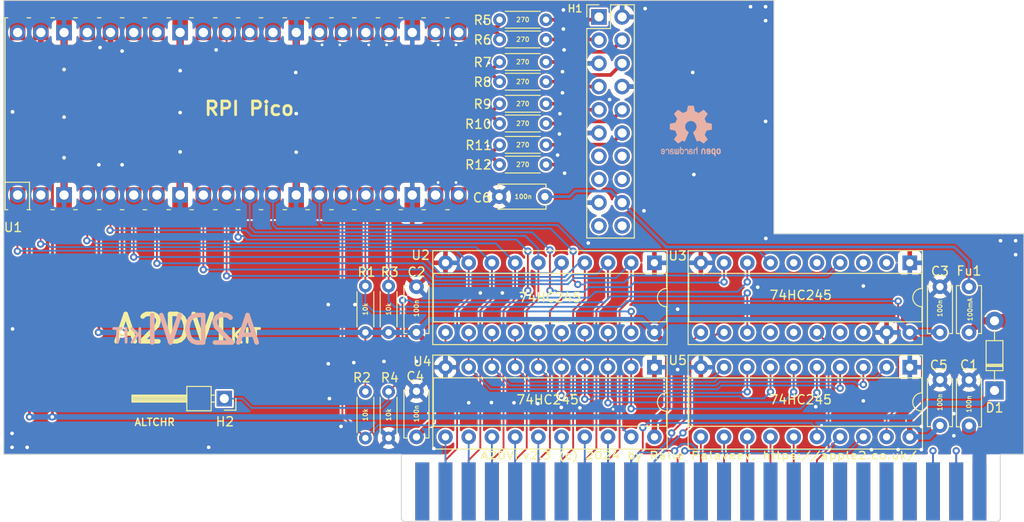
<source format=kicad_pcb>
(kicad_pcb (version 20240108) (generator "pcbnew") (generator_version "8.0")
  (title_block (title "A2DVI.v2.3"))
  (layers (0 "F.Cu" signal) (31 "B.Cu" signal) (34 "B.Paste" user) (35 "F.Paste" user) (36 "B.SilkS" user "B.Silkscreen") (37 "F.SilkS" user "F.Silkscreen") (38 "B.Mask" user) (39 "F.Mask" user) (44 "Edge.Cuts" user))
  (net 0 "")
  (net 1 "GND")
  (net 2 "3.3V")
  (net 3 "VSYS")
  (net 4 "5V")
  (net 5 "PHI0")
  (net 6 "RW")
  (net 7 "DevSel")
  (net 8 "D0")
  (net 9 "D1")
  (net 10 "D2")
  (net 11 "D3")
  (net 12 "D4")
  (net 13 "D5")
  (net 14 "D6")
  (net 15 "D7")
  (net 16 "A8")
  (net 17 "A9")
  (net 18 "A15")
  (net 19 "A14")
  (net 20 "A10")
  (net 21 "A11")
  (net 22 "A12")
  (net 23 "A13")
  (net 24 "A0")
  (net 25 "A1")
  (net 26 "A2")
  (net 27 "A3")
  (net 28 "A4")
  (net 29 "A5")
  (net 30 "A6")
  (net 31 "A7")
  (net 32 "DATAOE")
  (net 33 "LSBOE")
  (net 34 "MSBOE")
  (net 35 "L-PHI0")
  (net 36 "L-RW")
  (net 37 "D2_N")
  (net 38 "D2_P")
  (net 39 "D1_P")
  (net 40 "D1_N")
  (net 41 "D0_P")
  (net 42 "D0_N")
  (net 43 "CK_P")
  (net 44 "CK_N")
  (net 45 "SYNC")
  (net 46 "L-DevSel")
  (net 47 "AD0")
  (net 48 "AD1")
  (net 49 "AD2")
  (net 50 "AD3")
  (net 51 "AD4")
  (net 52 "AD5")
  (net 53 "AD6")
  (net 54 "AD7")
  (net 55 "IOSel")
  (net 56 "AltChr")
  (net 57 "5Vout")
  (net 58 "L-AltChr")
  (footprint "Package_DIP:DIP-20_W7.62mm_Socket" (layer "F.Cu") (at 140.081 125.97005 -90)
    (property "Reference" "U2")
    (property "Value" "74HC245")
  )
  (footprint "" (layer "F.Cu") (at 119.761 150.98905)
    (property "Reference" "")
    (property "Value" "")
  )
  (footprint "" (layer "F.Cu") (at 132.461 150.98905)
    (property "Reference" "")
    (property "Value" "")
  )
  (footprint "" (layer "F.Cu") (at 135.001 150.98905)
    (property "Reference" "")
    (property "Value" "")
  )
  (footprint "" (layer "F.Cu") (at 145.161 150.98905)
    (property "Reference" "")
    (property "Value" "")
  )
  (footprint "" (layer "F.Cu") (at 140.081 150.98905)
    (property "Reference" "")
    (property "Value" "")
  )
  (footprint "" (layer "F.Cu") (at 129.921 150.98905)
    (property "Reference" "")
    (property "Value" "")
  )
  (footprint "Resistor_THT:R_Axial_DIN0204_L3.6mm_D1.6mm_P5.08mm_Horizontal" (layer "F.Cu") (at 110.998 145.14705 90)
    (property "Reference" "R4")
    (property "Value" "10k")
  )
  (footprint "RaspberryPI PicoW:RPi_PicoW_SMD_TH" (layer "F.Cu") (at 94.53955 109.66325 90)
    (property "Reference" "U1")
    (property "Value" "Pico" (hide yes))
  )
  (footprint "Resistor_THT:R_Axial_DIN0204_L3.6mm_D1.6mm_P5.08mm_Horizontal" (layer "F.Cu") (at 128.2192 101.53525 180)
    (property "Reference" "R6")
    (property "Value" "270")
  )
  (footprint "Capacitor_THT:C_Disc_D5.0mm_W2.5mm_P5.00mm" (layer "F.Cu") (at 171.323 143.77545 90)
    (property "Reference" "C5")
    (property "Value" "100n")
  )
  (footprint "" (layer "F.Cu") (at 168.021 150.98905)
    (property "Reference" "")
    (property "Value" "")
  )
  (footprint "Capacitor_THT:C_Disc_D5.0mm_W2.5mm_P5.00mm" (layer "F.Cu") (at 174.498 138.79705 -90)
    (property "Reference" "C1")
    (property "Value" "100n")
  )
  (footprint "Capacitor_THT:C_Disc_D5.0mm_W2.5mm_P5.00mm" (layer "F.Cu") (at 171.323 133.59005 90)
    (property "Reference" "C3")
    (property "Value" "100n")
  )
  (footprint "Resistor_THT:R_Axial_DIN0204_L3.6mm_D1.6mm_P5.08mm_Horizontal" (layer "F.Cu") (at 128.2192 108.57105 180)
    (property "Reference" "R9")
    (property "Value" "270")
  )
  (footprint "" (layer "F.Cu") (at 155.321 150.98905)
    (property "Reference" "")
    (property "Value" "")
  )
  (footprint "Package_DIP:DIP-20_W7.62mm_Socket" (layer "F.Cu") (at 168.021 137.40005 -90)
    (property "Reference" "U5")
    (property "Value" "74HC245")
  )
  (footprint "" (layer "F.Cu") (at 114.681 150.98905)
    (property "Reference" "")
    (property "Value" "")
  )
  (footprint "Resistor_THT:R_Axial_DIN0204_L3.6mm_D1.6mm_P5.08mm_Horizontal" (layer "F.Cu") (at 128.2192 99.37625 180)
    (property "Reference" "R5")
    (property "Value" "270")
  )
  (footprint "" (layer "F.Cu") (at 175.641 150.98905)
    (property "Reference" "")
    (property "Value" "")
  )
  (footprint "" (layer "F.Cu") (at 132.461 150.98905)
    (property "Reference" "")
    (property "Value" "")
  )
  (footprint "" (layer "F.Cu") (at 152.781 150.98905)
    (property "Reference" "")
    (property "Value" "")
  )
  (footprint "" (layer "F.Cu") (at 137.541 150.98905)
    (property "Reference" "")
    (property "Value" "")
  )
  (footprint "" (layer "F.Cu") (at 168.021 150.98905)
    (property "Reference" "")
    (property "Value" "")
  )
  (footprint "" (layer "F.Cu") (at 165.481 150.98905)
    (property "Reference" "")
    (property "Value" "")
  )
  (footprint "" (layer "F.Cu") (at 157.861 150.98905)
    (property "Reference" "")
    (property "Value" "")
  )
  (footprint "" (layer "F.Cu") (at 119.761 150.98905)
    (property "Reference" "")
    (property "Value" "")
  )
  (footprint "" (layer "F.Cu") (at 147.701 150.98905)
    (property "Reference" "")
    (property "Value" "")
  )
  (footprint "" (layer "F.Cu") (at 173.101 150.98905)
    (property "Reference" "")
    (property "Value" "")
  )
  (footprint "Capacitor_THT:C_Disc_D5.0mm_W2.5mm_P5.00mm" (layer "F.Cu") (at 123.103 118.73105)
    (property "Reference" "C6")
    (property "Value" "100n")
  )
  (footprint "" (layer "F.Cu") (at 147.701 150.98905)
    (property "Reference" "")
    (property "Value" "")
  )
  (footprint "" (layer "F.Cu") (at 129.921 150.98905)
    (property "Reference" "")
    (property "Value" "")
  )
  (footprint "Connector_PinHeader_2.54mm:PinHeader_2x10_P2.54mm_Vertical" (layer "F.Cu") (at 134.0104 99.07145)
    (property "Reference" "H1")
    (property "Value" "PinHeader_2x10_P2.54mm_Vertical" (hide yes))
  )
  (footprint "" (layer "F.Cu") (at 142.621 150.98905)
    (property "Reference" "")
    (property "Value" "")
  )
  (footprint "" (layer "F.Cu") (at 122.301 150.98905)
    (property "Reference" "")
    (property "Value" "")
  )
  (footprint "" (layer "F.Cu") (at 117.221 150.98905)
    (property "Reference" "")
    (property "Value" "")
  )
  (footprint "" (layer "F.Cu") (at 165.481 150.98905)
    (property "Reference" "")
    (property "Value" "")
  )
  (footprint "" (layer "F.Cu") (at 162.941 150.98905)
    (property "Reference" "")
    (property "Value" "")
  )
  (footprint "" (layer "F.Cu") (at 124.841 150.98905)
    (property "Reference" "")
    (property "Value" "")
  )
  (footprint "Resistor_THT:R_Axial_DIN0204_L3.6mm_D1.6mm_P5.08mm_Horizontal" (layer "F.Cu") (at 108.458 128.51005 -90)
    (property "Reference" "R1")
    (property "Value" "10k")
  )
  (footprint "" (layer "F.Cu") (at 173.101 150.98905)
    (property "Reference" "")
    (property "Value" "")
  )
  (footprint "Diode_THT:D_DO-34_SOD68_P7.62mm_Horizontal" (layer "F.Cu") (at 177.292 139.94005 90)
    (property "Reference" "D1")
    (property "Value" "D_DO-34_SOD68_P7.62mm_Horizontal" (hide yes))
  )
  (footprint "Capacitor_THT:C_Disc_D5.0mm_W2.5mm_P5.00mm" (layer "F.Cu") (at 114.046 133.59005 90)
    (property "Reference" "C2")
    (property "Value" "100n")
  )
  (footprint "Package_DIP:DIP-20_W7.62mm_Socket" (layer "F.Cu") (at 140.081 137.40005 -90)
    (property "Reference" "U4")
    (property "Value" "74HC245")
  )
  (footprint "" (layer "F.Cu") (at 122.301 150.98905)
    (property "Reference" "")
    (property "Value" "")
  )
  (footprint "" (layer "F.Cu") (at 127.381 150.98905)
    (property "Reference" "")
    (property "Value" "")
  )
  (footprint "" (layer "F.Cu") (at 160.401 150.98905)
    (property "Reference" "")
    (property "Value" "")
  )
  (footprint "Resistor_THT:R_Axial_DIN0204_L3.6mm_D1.6mm_P5.08mm_Horizontal" (layer "F.Cu") (at 128.2192 110.73005 180)
    (property "Reference" "R10")
    (property "Value" "270")
  )
  (footprint "" (layer "F.Cu") (at 150.241 150.98905)
    (property "Reference" "")
    (property "Value" "")
  )
  (footprint "Resistor_THT:R_Axial_DIN0204_L3.6mm_D1.6mm_P5.08mm_Horizontal" (layer "F.Cu") (at 108.458 145.14705 90)
    (property "Reference" "R2")
    (property "Value" "10k")
  )
  (footprint "" (layer "F.Cu") (at 137.541 150.98905)
    (property "Reference" "")
    (property "Value" "")
  )
  (footprint "" (layer "F.Cu") (at 127.381 150.98905)
    (property "Reference" "")
    (property "Value" "")
  )
  (footprint "" (layer "F.Cu") (at 142.621 150.98905)
    (property "Reference" "")
    (property "Value" "")
  )
  (footprint "Resistor_THT:R_Axial_DIN0204_L3.6mm_D1.6mm_P5.08mm_Horizontal" (layer "F.Cu") (at 128.2192 115.22585 180)
    (property "Reference" "R12")
    (property "Value" "270")
  )
  (footprint "" (layer "F.Cu") (at 140.081 150.98905)
    (property "Reference" "")
    (property "Value" "")
  )
  (footprint "" (layer "F.Cu") (at 150.241 150.98905)
    (property "Reference" "")
    (property "Value" "")
  )
  (footprint "Capacitor_THT:C_Disc_D5.0mm_W2.5mm_P5.00mm" (layer "F.Cu") (at 114.046 145.02005 90)
    (property "Reference" "C4")
    (property "Value" "100n")
  )
  (footprint "Resistor_THT:R_Axial_DIN0204_L3.6mm_D1.6mm_P5.08mm_Horizontal" (layer "F.Cu") (at 110.998 128.51005 -90)
    (property "Reference" "R3")
    (property "Value" "10k")
  )
  (footprint "Resistor_THT:R_Axial_DIN0204_L3.6mm_D1.6mm_P5.08mm_Horizontal" (layer "F.Cu") (at 128.2192 103.99905 180)
    (property "Reference" "R7")
    (property "Value" "270")
  )
  (footprint "" (layer "F.Cu") (at 145.161 150.98905)
    (property "Reference" "")
    (property "Value" "")
  )
  (footprint "" (layer "F.Cu") (at 114.681 150.98905)
    (property "Reference" "")
    (property "Value" "")
  )
  (footprint "Package_DIP:DIP-20_W7.62mm_Socket" (layer "F.Cu") (at 168.021 125.97005 -90)
    (property "Reference" "U3")
    (property "Value" "74HC245")
  )
  (footprint "" (layer "F.Cu") (at 170.561 150.98905)
    (property "Reference" "")
    (property "Value" "")
  )
  (footprint "" (layer "F.Cu") (at 160.401 150.98905)
    (property "Reference" "")
    (property "Value" "")
  )
  (footprint "" (layer "F.Cu") (at 124.841 150.98905)
    (property "Reference" "")
    (property "Value" "")
  )
  (footprint "" (layer "F.Cu") (at 152.781 150.98905)
    (property "Reference" "")
    (property "Value" "")
  )
  (footprint "Resistor_THT:R_Axial_DIN0204_L3.6mm_D1.6mm_P5.08mm_Horizontal" (layer "F.Cu") (at 128.2192 106.15805 180)
    (property "Reference" "R8")
    (property "Value" "270")
  )
  (footprint "" (layer "F.Cu") (at 175.641 150.98905)
    (property "Reference" "")
    (property "Value" "")
  )
  (footprint "" (layer "F.Cu") (at 155.321 150.98905)
    (property "Reference" "")
    (property "Value" "")
  )
  (footprint "Resistor_THT:R_Axial_DIN0204_L3.6mm_D1.6mm_P5.08mm_Horizontal" (layer "F.Cu") (at 128.2192 113.06685 180)
    (property "Reference" "R11")
    (property "Value" "270")
  )
  (footprint "" (layer "F.Cu") (at 162.941 150.98905)
    (property "Reference" "")
    (property "Value" "")
  )
  (footprint "" (layer "F.Cu") (at 157.861 150.98905)
    (property "Reference" "")
    (property "Value" "")
  )
  (footprint "" (layer "F.Cu") (at 135.001 150.98905)
    (property "Reference" "")
    (property "Value" "")
  )
  (footprint "" (layer "F.Cu") (at 170.561 150.98905)
    (property "Reference" "")
    (property "Value" "")
  )
  (footprint "Capacitor_THT:C_Disc_D5.0mm_W2.5mm_P5.00mm" (layer "F.Cu") (at 174.498 133.59005 90)
    (property "Reference" "Fu1")
    (property "Value" "100mA")
  )
  (footprint "" (layer "F.Cu") (at 117.221 150.98905)
    (property "Reference" "")
    (property "Value" "")
  )
  (footprint "Connector_PinHeader_2.54mm:PinHeader_1x01_P2.54mm_Horizontal" (layer "F.Cu") (at 93.021 140.82905 180)
    (property "Reference" "H2")
    (property "Value" "PinHeader_1x01_P2.54mm_Horizontal" (hide yes))
  )
  (footprint "Symbol:OSHW-Logo2_7.3x6mm_SilkScreen" (layer "B.Cu") (at 144.0688 111.54285 180)
    (property "Reference" "REF**" (hide yes))
    (property "Value" "OSHW-Logo2_7.3x6mm_SilkScreen" (hide yes))
  )
  (gr_line (start 112.395 154.03705) (end 112.395 146.925) (stroke (width 0.1)) (layer "Edge.Cuts"))
  (gr_line (start 177.927 154.03705) (end 177.927 146.925) (stroke (width 0.1)) (layer "Edge.Cuts"))
  (gr_line (start 177.927 154.03705) (end 177.673 154.29105) (stroke (width 0.1)) (layer "Edge.Cuts"))
  (gr_line (start 180.4924 122.7951) (end 180.4924 146.92505) (stroke (width 0.1)) (layer "Edge.Cuts"))
  (gr_line (start 68.8848 97.26805) (end 68.8848 146.925) (stroke (width 0.1)) (layer "Edge.Cuts"))
  (gr_line (start 112.649 154.280243) (end 112.395 154.03705) (stroke (width 0.1)) (layer "Edge.Cuts"))
  (gr_line (start 112.395 146.925) (end 68.8848 146.925) (stroke (width 0.1)) (layer "Edge.Cuts"))
  (gr_line (start 112.649 154.280243) (end 177.673 154.29105) (stroke (width 0.1)) (layer "Edge.Cuts"))
  (gr_line (start 180.4924 146.92505) (end 177.927 146.925) (stroke (width 0.1)) (layer "Edge.Cuts"))
  (gr_line (start 180.4924 122.7951) (end 153.162 122.79505) (stroke (width 0.1)) (layer "Edge.Cuts"))
  (gr_line (start 153.162 97.26805) (end 68.8848 97.26805) (stroke (width 0.1)) (layer "Edge.Cuts"))
  (gr_line (start 153.162 97.26805) (end 153.162 122.79505) (stroke (width 0.1)) (layer "Edge.Cuts"))
  (gr_text "A2DVI" (at 97.1804 135.085788 0) (layer "B.SilkS") (effects (font (size 3 3) (thickness 0.5) (bold yes)) (justify left bottom mirror)))
  (gr_text "KIT" (at 84.328 134.86005 0) (layer "B.SilkS") (effects (font (size 1.5 1.5) (thickness 0.3) (bold yes)) (justify left bottom mirror)))
  (gr_text "ALTCHR" (at 83.115 143.87705 0) (layer "F.SilkS") (effects (font (size 0.8 0.8)) (justify left bottom)))
  (gr_text "" (at 152.781 153.328713 0) (layer "F.SilkS") (effects (font (size 1.27 1.27))))
  (gr_text "A2DVI.v2.3 (c) 2024 by Ralle Palaveev, https://apple2.co.uk/" (at 144.907 147.05205 0) (layer "F.SilkS") (effects (font (size 0.8 1))))
  (gr_text "RPI Pico" (at 90.7034 109.96805 0) (layer "F.SilkS") (effects (font (size 1.5 1.5) (thickness 0.3) (bold yes)) (justify left bottom)))
  (gr_text "A2DVI" (at 80.6196 134.958788 0) (layer "F.SilkS") (effects (font (size 3 3) (thickness 0.5) (bold yes)) (justify left bottom)))
  (gr_text "KIT" (at 93.472 134.86005 0) (layer "F.SilkS") (effects (font (size 1.5 1.5) (thickness 0.3) (bold yes)) (justify left bottom)))
  (gr_text "" (at 152.781 153.328713 0) (layer "F.SilkS") (effects (font (size 1.27 1.27))))
  (segment (start 170.561 150.98905) (end 170.561 146.54405) (width 0.2) (layer "F.Cu") (net 0))
  (segment (start 173.101 150.98905) (end 173.101 146.54405) (width 0.2) (layer "F.Cu") (net 0))
  (via (at 170.561 146.54405) (size 0.8) (drill 0.4) (layers "F.Cu" "B.Cu") (net 0))
  (via (at 173.101 146.54405) (size 0.8) (drill 0.4) (layers "F.Cu" "B.Cu") (net 0))
  (segment (start 170.561 150.98905) (end 170.561 146.54405) (width 0.2) (layer "B.Cu") (net 0))
  (segment (start 173.101 150.98905) (end 173.101 146.54405) (width 0.2) (layer "B.Cu") (net 0))
  (segment (start 75.48955 100.87235) (end 75.48955 104.8233) (width 0.8) (layer "F.Cu") (net 1))
  (segment (start 100.88955 100.77325) (end 100.88955 105.1027) (width 0.8) (layer "F.Cu") (net 1))
  (segment (start 88.18955 113.8403) (end 88.18955 118.52535) (width 0.8) (layer "F.Cu") (net 1))
  (segment (start 100.83875 105.1535) (end 100.88955 105.2043) (width 0.8) (layer "F.Cu") (net 1))
  (segment (start 75.48955 104.8233) (end 75.48955 110.0303) (width 0.8) (layer "F.Cu") (net 1))
  (segment (start 88.293521 118.449279) (end 88.31655 118.42625) (width 0.2) (layer "F.Cu") (net 1))
  (segment (start 88.18955 104.9503) (end 88.18955 109.53625) (width 0.8) (layer "F.Cu") (net 1))
  (segment (start 87.87755 118.86525) (end 88.18955 118.55325) (width 0.5) (layer "F.Cu") (net 1))
  (segment (start 100.88955 105.1027) (end 100.83875 105.1535) (width 0.8) (layer "F.Cu") (net 1))
  (segment (start 88.18955 109.53625) (end 88.18955 113.8403) (width 0.8) (layer "F.Cu") (net 1))
  (segment (start 100.88955 113.8657) (end 100.88955 118.55325) (width 0.8) (layer "F.Cu") (net 1))
  (segment (start 100.88955 109.6493) (end 100.88955 113.8657) (width 0.8) (layer "F.Cu") (net 1))
  (segment (start 100.88955 105.2043) (end 100.88955 109.6493) (width 0.8) (layer "F.Cu") (net 1))
  (segment (start 88.18955 100.74535) (end 88.18955 104.9503) (width 0.8) (layer "F.Cu") (net 1))
  (segment (start 75.48955 110.0303) (end 75.48955 114.4753) (width 0.8) (layer "F.Cu") (net 1))
  (segment (start 75.48955 114.4753) (end 75.48955 118.65235) (width 0.8) (layer "F.Cu") (net 1))
  (via (at 163.83 146.41705) (size 0.8) (drill 0.4) (layers "F.Cu" "B.Cu") (net 1))
  (via (at 129.7432 109.66325) (size 0.8) (drill 0.4) (layers "F.Cu" "B.Cu") (net 1))
  (via (at 142.621 137.65405) (size 0.8) (drill 0.4) (layers "F.Cu" "B.Cu") (net 1))
  (via (at 107.188 136.89205) (size 0.8) (drill 0.4) (layers "F.Cu" "B.Cu") (net 1))
  (via (at 79.29955 115.25125) (size 0.8) (drill 0.4) (layers "F.Cu" "B.Cu") (net 1))
  (via (at 103.7153 102.1258) (size 0.6) (drill 0.3) (layers "F.Cu" "B.Cu") (net 1))
  (via (at 130.1242 98.30945) (size 0.8) (drill 0.4) (layers "F.Cu" "B.Cu") (net 1))
  (via (at 116.427 102.12275) (size 0.6) (drill 0.3) (layers "F.Cu" "B.Cu") (net 1))
  (via (at 121.944511 104.11185) (size 0.6) (drill 0.3) (layers "F.Cu" "B.Cu") (net 1))
  (via (at 131.9276 141.84505) (size 0.8) (drill 0.4) (layers "F.Cu" "B.Cu") (net 1))
  (via (at 169.291 143.87705) (size 0.8) (drill 0.4) (layers "F.Cu" "B.Cu") (net 1))
  (via (at 88.18955 109.53625) (size 0.8) (drill 0.4) (layers "F.Cu" "B.Cu") (net 1))
  (via (at 100.83875 105.1535) (size 0.8) (drill 0.4) (layers "F.Cu" "B.Cu") (net 1))
  (via (at 118.3711 117.188) (size 0.6) (drill 0.3) (layers "F.Cu" "B.Cu") (net 1))
  (via (at 100.88955 109.6493) (size 0.8) (drill 0.4) (layers "F.Cu" "B.Cu") (net 1))
  (via (at 151.384 128.63705) (size 0.8) (drill 0.4) (layers "F.Cu" "B.Cu") (net 1))
  (via (at 71.4502 146.16305) (size 0.8) (drill 0.4) (layers "F.Cu" "B.Cu") (net 1))
  (via (at 125.5522 129.65305) (size 0.6) (drill 0.3) (layers "F.Cu" "B.Cu") (net 1))
  (via (at 110.7765 102.1258) (size 0.6) (drill 0.3) (layers "F.Cu" "B.Cu") (net 1))
  (via (at 135.1788 108.11385) (size 0.8) (drill 0.4) (layers "F.Cu" "B.Cu") (net 1))
  (via (at 130.2004 102.67825) (size 0.8) (drill 0.4) (layers "F.Cu" "B.Cu") (net 1))
  (via (at 152.2476 99.47785) (size 0.8) (drill 0.4) (layers "F.Cu" "B.Cu") (net 1))
  (via (at 69.85 109.46005) (size 0.8) (drill 0.4) (layers "F.Cu" "B.Cu") (net 1))
  (via (at 119.761 141.28625) (size 0.8) (drill 0.4) (layers "F.Cu" "B.Cu") (net 1))
  (via (at 121.944511 115.11305) (size 0.6) (drill 0.3) (layers "F.Cu" "B.Cu") (net 1))
  (via (at 81.83955 102.80525) (size 0.8) (drill 0.4) (layers "F.Cu" "B.Cu") (net 1))
  (via (at 105.791 143.87705) (size 0.8) (drill 0.4) (layers "F.Cu" "B.Cu") (net 1))
  (via (at 105.6599 102.123252) (size 0.6) (drill 0.3) (layers "F.Cu" "B.Cu") (net 1))
  (via (at 104.394 137.01905) (size 0.8) (drill 0.4) (layers "F.Cu" "B.Cu") (net 1))
  (via (at 127.3302 141.38785) (size 0.8) (drill 0.4) (layers "F.Cu" "B.Cu") (net 1))
  (via (at 118.3711 102.1258) (size 0.6) (drill 0.3) (layers "F.Cu" "B.Cu") (net 1))
  (via (at 124.714 141.28625) (size 0.8) (drill 0.4) (layers "F.Cu" "B.Cu") (net 1))
  (via (at 150.5966 97.95385) (size 0.8) (drill 0.4) (layers "F.Cu" "B.Cu") (net 1))
  (via (at 121.031 129.27205) (size 0.8) (drill 0.4) (layers "F.Cu" "B.Cu") (net 1))
  (via (at 104.521 140.82905) (size 0.8) (drill 0.4) (layers "F.Cu" "B.Cu") (net 1))
  (via (at 166.751 146.41705) (size 0.8) (drill 0.4) (layers "F.Cu" "B.Cu") (net 1))
  (via (at 110.49 136.76505) (size 0.8) (drill 0.4) (layers "F.Cu" "B.Cu") (net 1))
  (via (at 130.0226 107.37725) (size 0.8) (drill 0.4) (layers "F.Cu" "B.Cu") (net 1))
  (via (at 121.941977 106.076421) (size 0.6) (drill 0.3) (layers "F.Cu" "B.Cu") (net 1))
  (via (at 157.734 141.71805) (size 0.8) (drill 0.4) (layers "F.Cu" "B.Cu") (net 1))
  (via (at 75.48955 110.0303) (size 0.8) (drill 0.4) (layers "F.Cu" "B.Cu") (net 1))
  (via (at 144.399 116.31805) (size 0.8) (drill 0.4) (layers "F.Cu" "B.Cu") (net 1))
  (via (at 88.18955 104.9503) (size 0.8) (drill 0.4) (layers "F.Cu" "B.Cu") (net 1))
  (via (at 107.315 130.54205) (size 0.8) (drill 0.4) (layers "F.Cu" "B.Cu") (net 1))
  (via (at 100.88955 113.8657) (size 0.8) (drill 0.4) (layers "F.Cu" "B.Cu") (net 1))
  (via (at 162.941 141.08305) (size 0.8) (drill 0.4) (layers "F.Cu" "B.Cu") (net 1))
  (via (at 177.9524 123.55705) (size 0.8) (drill 0.4) (layers "F.Cu" "B.Cu") (net 1))
  (via (at 121.479837 99.61651) (size 0.6) (drill 0.3) (layers "F.Cu" "B.Cu") (net 1))
  (via (at 144.272 105.14205) (size 0.8) (drill 0.4) (layers "F.Cu" "B.Cu") (net 1))
  (via (at 121.943906 110.623849) (size 0.6) (drill 0.3) (layers "F.Cu" "B.Cu") (net 1))
  (via (at 122.013003 101.949597) (size 0.6) (drill 0.3) (layers "F.Cu" "B.Cu") (net 1))
  (via (at 158.369 143.75005) (size 0.6) (drill 0.3) (layers "F.Cu" "B.Cu") (net 1))
  (via (at 81.83955 115.25125) (size 0.8) (drill 0.4) (layers "F.Cu" "B.Cu") (net 1))
  (via (at 115.951 146.29005) (size 0.8) (drill 0.4) (layers "F.Cu" "B.Cu") (net 1))
  (via (at 139.065 98.15705) (size 0.8) (drill 0.4) (layers "F.Cu" "B.Cu") (net 1))
  (via (at 172.847 144.89305) (size 0.8) (drill 0.4) (layers "F.Cu" "B.Cu") (net 1))
  (via (at 108.8207 102.1258) (size 0.6) (drill 0.3) (layers "F.Cu" "B.Cu") (net 1))
  (via (at 79.42655 102.42425) (size 0.8) (drill 0.4) (layers "F.Cu" "B.Cu") (net 1))
  (via (at 152.2476 110.50145) (size 0.8) (drill 0.4) (layers "F.Cu" "B.Cu") (net 1))
  (via (at 75.48955 104.8233) (size 0.8) (drill 0.4) (layers "F.Cu" "B.Cu") (net 1))
  (via (at 130.2512 116.16565) (size 0.8) (drill 0.4) (layers "F.Cu" "B.Cu") (net 1))
  (via (at 129.8956 141.79425) (size 0.8) (drill 0.4) (layers "F.Cu" "B.Cu") (net 1))
  (via (at 142.621 131.05005) (size 0.8) (drill 0.4) (layers "F.Cu" "B.Cu") (net 1))
  (via (at 123.444 129.27205) (size 0.8) (drill 0.4) (layers "F.Cu" "B.Cu") (net 1))
  (via (at 92.12655 102.67825) (size 0.8) (drill 0.4) (layers "F.Cu" "B.Cu") (net 1))
  (via (at 75.48955 114.4753) (size 0.8) (drill 0.4) (layers "F.Cu" "B.Cu") (net 1))
  (via (at 138.938 120.28045) (size 0.8) (drill 0.4) (layers "F.Cu" "B.Cu") (net 1))
  (via (at 88.18955 113.8403) (size 0.8) (drill 0.4) (layers "F.Cu" "B.Cu") (net 1))
  (via (at 172.847 142.48005) (size 0.8) (drill 0.4) (layers "F.Cu" "B.Cu") (net 1))
  (via (at 122.2502 141.26085) (size 0.8) (drill 0.4) (layers "F.Cu" "B.Cu") (net 1))
  (via (at 116.4153 117.188) (size 0.6) (drill 0.3) (layers "F.Cu" "B.Cu") (net 1))
  (via (at 129.6924 111.87305) (size 0.8) (drill 0.4) (layers "F.Cu" "B.Cu") (net 1))
  (via (at 129.4892 114.18445) (size 0.8) (drill 0.4) (layers "F.Cu" "B.Cu") (net 1))
  (via (at 130.1242 100.39225) (size 0.8) (drill 0.4) (layers "F.Cu" "B.Cu") (net 1))
  (via (at 132.842 123.81105) (size 0.8) (drill 0.4) (layers "F.Cu" "B.Cu") (net 1))
  (via (at 130.0226 105.06585) (size 0.8) (drill 0.4) (layers "F.Cu" "B.Cu") (net 1))
  (via (at 104.394 130.54205) (size 0.8) (drill 0.4) (layers "F.Cu" "B.Cu") (net 1))
  (via (at 69.7992 144.63905) (size 0.8) (drill 0.4) (layers "F.Cu" "B.Cu") (net 1))
  (via (at 121.944511 108.68385) (size 0.6) (drill 0.3) (layers "F.Cu" "B.Cu") (net 1))
  (via (at 179.6034 123.55705) (size 0.8) (drill 0.4) (layers "F.Cu" "B.Cu") (net 1))
  (via (at 69.85 109.46005) (size 0.8) (drill 0.4) (layers "F.Cu" "B.Cu") (net 1))
  (via (at 69.85 133.20905) (size 0.8) (drill 0.4) (layers "F.Cu" "B.Cu") (net 1))
  (via (at 179.6034 125.08105) (size 0.8) (drill 0.4) (layers "F.Cu" "B.Cu") (net 1))
  (via (at 121.855362 113.17305) (size 0.6) (drill 0.3) (layers "F.Cu" "B.Cu") (net 1))
  (via (at 135.5598 141.99745) (size 0.6) (drill 0.3) (layers "F.Cu" "B.Cu") (net 1))
  (via (at 91.313 146.16305) (size 0.8) (drill 0.4) (layers "F.Cu" "B.Cu") (net 1))
  (via (at 152.273 123.30305) (size 0.8) (drill 0.4) (layers "F.Cu" "B.Cu") (net 1))
  (via (at 152.2476 97.95385) (size 0.8) (drill 0.4) (layers "F.Cu" "B.Cu") (net 1))
  (via (at 69.7992 146.16305) (size 0.8) (drill 0.4) (layers "F.Cu" "B.Cu") (net 1))
  (via (at 162.941 128.51005) (size 0.8) (drill 0.4) (layers "F.Cu" "B.Cu") (net 1))
  (via (at 169.291 146.41705) (size 0.8) (drill 0.4) (layers "F.Cu" "B.Cu") (net 1))
  (via (at 114.046 136.76505) (size 0.8) (drill 0.4) (layers "F.Cu" "B.Cu") (net 1))
  (segment (start 175.641 151.05255) (end 175.641 146.29005) (width 1.5) (layer "B.Cu") (net 1))
  (segment (start 79.2988 116.3671) (end 79.29955 116.36635) (width 0.3) (layer "F.Cu") (net 2))
  (segment (start 81.83955 116.36635) (end 81.8388 116.3671) (width 0.3) (layer "F.Cu") (net 2))
  (segment (start 169.545 141.54025) (end 169.545 135.11405) (width 0.6) (layer "F.Cu") (net 2))
  (segment (start 79.2988 133.53925) (end 79.2988 116.3671) (width 0.3) (layer "F.Cu") (net 2))
  (segment (start 141.5542 141.81965) (end 141.5542 135.06325) (width 0.6) (layer "F.Cu") (net 2))
  (segment (start 168.021 145.02005) (end 168.021 143.06425) (width 0.6) (layer "F.Cu") (net 2))
  (segment (start 108.458 133.59005) (end 108.458 140.06705) (width 0.2) (layer "F.Cu") (net 2))
  (segment (start 169.545 135.11405) (end 168.021 133.59005) (width 0.6) (layer "F.Cu") (net 2))
  (segment (start 140.081 143.29285) (end 141.5542 141.81965) (width 0.6) (layer "F.Cu") (net 2))
  (segment (start 79.248 133.59005) (end 79.2988 133.53925) (width 0.3) (layer "F.Cu") (net 2))
  (segment (start 114.046 133.59005) (end 115.697 135.24105) (width 0.6) (layer "F.Cu") (net 2))
  (segment (start 79.29955 116.36635) (end 81.83955 116.36635) (width 0.5) (layer "F.Cu") (net 2))
  (segment (start 168.021 143.06425) (end 169.545 141.54025) (width 0.6) (layer "F.Cu") (net 2))
  (segment (start 115.697 143.36905) (end 114.046 145.02005) (width 0.6) (layer "F.Cu") (net 2))
  (segment (start 80.56955 100.77325) (end 80.56955 116.23935) (width 0.6) (layer "F.Cu") (net 2))
  (segment (start 115.697 135.24105) (end 115.697 143.36905) (width 0.6) (layer "F.Cu") (net 2))
  (segment (start 80.56955 116.23935) (end 80.69655 116.36635) (width 0.5) (layer "F.Cu") (net 2))
  (segment (start 141.5542 135.06325) (end 140.081 133.59005) (width 0.6) (layer "F.Cu") (net 2))
  (segment (start 81.83955 116.36635) (end 80.69655 116.36635) (width 0.3) (layer "F.Cu") (net 2))
  (segment (start 140.081 145.02005) (end 140.081 143.29285) (width 0.6) (layer "F.Cu") (net 2))
  (segment (start 81.8388 116.3671) (end 81.8388 133.59005) (width 0.3) (layer "F.Cu") (net 2))
  (via (at 81.8388 133.59005) (size 0.8) (drill 0.4) (layers "F.Cu" "B.Cu") (net 2))
  (via (at 79.248 133.59005) (size 0.8) (drill 0.4) (layers "F.Cu" "B.Cu") (net 2))
  (segment (start 114.046 133.59005) (end 115.443 132.19305) (width 0.6) (layer "B.Cu") (net 2))
  (segment (start 138.684 132.19305) (end 140.081 133.59005) (width 0.6) (layer "B.Cu") (net 2))
  (segment (start 81.8388 133.59005) (end 108.458 133.59005) (width 0.6) (layer "B.Cu") (net 2))
  (segment (start 166.624 132.19305) (end 168.021 133.59005) (width 0.6) (layer "B.Cu") (net 2))
  (segment (start 168.021 145.02005) (end 170.1038 145.02005) (width 0.6) (layer "B.Cu") (net 2))
  (segment (start 108.458 133.59005) (end 110.998 133.59005) (width 0.6) (layer "B.Cu") (net 2))
  (segment (start 168.021 133.59005) (end 168.061 133.55005) (width 0.6) (layer "B.Cu") (net 2))
  (segment (start 140.081 133.59005) (end 141.478 132.19305) (width 0.6) (layer "B.Cu") (net 2))
  (segment (start 79.248 133.59005) (end 81.8388 133.59005) (width 0.6) (layer "B.Cu") (net 2))
  (segment (start 110.998 133.59005) (end 114.046 133.59005) (width 0.6) (layer "B.Cu") (net 2))
  (segment (start 170.1038 145.02005) (end 171.3484 143.77545) (width 0.6) (layer "B.Cu") (net 2))
  (segment (start 141.478 132.19305) (end 166.624 132.19305) (width 0.6) (layer "B.Cu") (net 2))
  (segment (start 115.443 132.19305) (end 138.684 132.19305) (width 0.6) (layer "B.Cu") (net 2))
  (segment (start 168.061 133.55005) (end 171.283 133.55005) (width 0.6) (layer "B.Cu") (net 2))
  (segment (start 171.283 133.55005) (end 171.323 133.59005) (width 0.6) (layer "B.Cu") (net 2))
  (segment (start 71.7042 116.40495) (end 71.67955 116.3803) (width 0.3) (layer "F.Cu") (net 3))
  (segment (start 74.21955 116.3803) (end 73.0011 116.3803) (width 0.3) (layer "F.Cu") (net 3))
  (segment (start 74.2188 142.86105) (end 74.2188 142.93725) (width 0.3) (layer "F.Cu") (net 3))
  (segment (start 71.7042 142.72525) (end 71.7042 116.40495) (width 0.3) (layer "F.Cu") (net 3))
  (segment (start 71.67955 116.3803) (end 74.21955 116.3803) (width 0.5) (layer "F.Cu") (net 3))
  (segment (start 74.1934 142.83565) (end 74.2188 142.86105) (width 0.3) (layer "F.Cu") (net 3))
  (segment (start 74.2188 142.81025) (end 74.2188 116.38105) (width 0.3) (layer "F.Cu") (net 3))
  (segment (start 72.94955 100.7872) (end 72.94955 116.32875) (width 0.6) (layer "F.Cu") (net 3))
  (segment (start 74.1934 142.83565) (end 74.2188 142.81025) (width 0.3) (layer "F.Cu") (net 3))
  (segment (start 73.0011 116.3803) (end 72.94955 116.32875) (width 0.3) (layer "F.Cu") (net 3))
  (segment (start 72.94955 116.32875) (end 72.898 116.3803) (width 0.5) (layer "F.Cu") (net 3))
  (segment (start 71.8146 142.83565) (end 71.7042 142.72525) (width 0.3) (layer "F.Cu") (net 3))
  (segment (start 74.2188 116.38105) (end 74.21955 116.3803) (width 0.3) (layer "F.Cu") (net 3))
  (via (at 74.1934 142.83565) (size 0.8) (drill 0.4) (layers "F.Cu" "B.Cu") (net 3))
  (via (at 71.7042 142.83565) (size 0.8) (drill 0.4) (layers "F.Cu" "B.Cu") (net 3))
  (segment (start 168.275 142.83565) (end 169.7736 141.33705) (width 0.6) (layer "B.Cu") (net 3))
  (segment (start 74.1934 142.83565) (end 168.275 142.83565) (width 0.6) (layer "B.Cu") (net 3))
  (segment (start 175.895 141.33705) (end 177.292 139.94005) (width 0.6) (layer "B.Cu") (net 3))
  (segment (start 74.1934 142.83565) (end 71.7042 142.83565) (width 0.6) (layer "B.Cu") (net 3))
  (segment (start 169.7736 141.33705) (end 175.895 141.33705) (width 0.6) (layer "B.Cu") (net 3))
  (segment (start 175.768 132.32005) (end 174.498 133.59005) (width 0.8) (layer "F.Cu") (net 4))
  (segment (start 179.6796 146.109388) (end 175.641 146.109388) (width 1.5) (layer "F.Cu") (net 4))
  (segment (start 175.641 146.109388) (end 175.641 150.98905) (width 1.5) (layer "F.Cu") (net 4))
  (segment (start 177.292 132.32005) (end 179.6796 132.32005) (width 1.5) (layer "F.Cu") (net 4))
  (segment (start 179.6796 132.32005) (end 179.6796 146.109388) (width 1.5) (layer "F.Cu") (net 4))
  (segment (start 175.641 146.109388) (end 174.498 144.966388) (width 1.5) (layer "F.Cu") (net 4))
  (segment (start 177.292 132.32005) (end 175.768 132.32005) (width 0.8) (layer "F.Cu") (net 4))
  (segment (start 174.498 144.966388) (end 174.498 143.79705) (width 1.5) (layer "F.Cu") (net 4))
  (segment (start 147.066 133.59005) (end 147.701 133.59005) (width 0.2) (layer "F.Cu") (net 5))
  (segment (start 143.2052 144.58825) (end 144.018 143.77545) (width 0.2) (layer "F.Cu") (net 5))
  (segment (start 144.018 136.63805) (end 147.066 133.59005) (width 0.2) (layer "F.Cu") (net 5))
  (segment (start 144.018 143.77545) (end 144.018 136.63805) (width 0.2) (layer "F.Cu") (net 5))
  (via (at 143.2052 144.58825) (size 0.8) (drill 0.4) (layers "F.Cu" "B.Cu") (net 5))
  (segment (start 140.081 147.68705) (end 140.081 150.98905) (width 0.2) (layer "B.Cu") (net 5))
  (segment (start 143.2052 144.58825) (end 143.1798 144.58825) (width 0.2) (layer "B.Cu") (net 5))
  (segment (start 143.1798 144.58825) (end 140.081 147.68705) (width 0.2) (layer "B.Cu") (net 5))
  (segment (start 159.131 146.29005) (end 159.131 134.86005) (width 0.2) (layer "F.Cu") (net 6))
  (segment (start 157.861 150.98905) (end 157.861 147.56005) (width 0.2) (layer "F.Cu") (net 6))
  (segment (start 157.861 147.56005) (end 159.131 146.29005) (width 0.2) (layer "F.Cu") (net 6))
  (segment (start 159.131 134.86005) (end 157.861 133.59005) (width 0.2) (layer "F.Cu") (net 6))
  (segment (start 143.51 135.24105) (end 145.161 133.59005) (width 0.2) (layer "F.Cu") (net 7))
  (segment (start 141.9606 144.58825) (end 143.51 143.03885) (width 0.2) (layer "F.Cu") (net 7))
  (segment (start 143.51 143.03885) (end 143.51 135.24105) (width 0.2) (layer "F.Cu") (net 7))
  (via (at 141.9606 144.58825) (size 0.8) (drill 0.4) (layers "F.Cu" "B.Cu") (net 7))
  (segment (start 138.3792 146.72185) (end 140.3096 146.72185) (width 0.2) (layer "B.Cu") (net 7))
  (segment (start 137.541 150.98905) (end 137.541 147.56005) (width 0.2) (layer "B.Cu") (net 7))
  (segment (start 141.9606 145.07085) (end 141.9606 144.58825) (width 0.2) (layer "B.Cu") (net 7))
  (segment (start 137.541 147.56005) (end 138.3792 146.72185) (width 0.2) (layer "B.Cu") (net 7))
  (segment (start 140.3096 146.72185) (end 141.9606 145.07085) (width 0.2) (layer "B.Cu") (net 7))
  (segment (start 117.221 150.98905) (end 117.221 145.02005) (width 0.2) (layer "B.Cu") (net 8))
  (segment (start 119.761 150.98905) (end 119.761 145.02005) (width 0.2) (layer "B.Cu") (net 9))
  (segment (start 122.301 150.98905) (end 122.301 145.02005) (width 0.2) (layer "B.Cu") (net 10))
  (segment (start 124.841 150.98905) (end 124.841 145.02005) (width 0.2) (layer "B.Cu") (net 11))
  (segment (start 127.381 150.98905) (end 127.381 145.02005) (width 0.2) (layer "B.Cu") (net 12))
  (segment (start 129.921 150.98905) (end 129.921 145.02005) (width 0.2) (layer "B.Cu") (net 13))
  (segment (start 132.461 150.98905) (end 132.461 145.02005) (width 0.2) (layer "B.Cu") (net 14))
  (segment (start 135.001 150.98905) (end 135.001 145.02005) (width 0.2) (layer "B.Cu") (net 15))
  (segment (start 137.541 147.56005) (end 137.541 150.98905) (width 0.2) (layer "F.Cu") (net 16))
  (segment (start 138.811 146.29005) (end 137.541 147.56005) (width 0.2) (layer "F.Cu") (net 16))
  (segment (start 138.811 144.00405) (end 138.811 146.29005) (width 0.2) (layer "F.Cu") (net 16))
  (via (at 138.811 144.00405) (size 0.8) (drill 0.4) (layers "F.Cu" "B.Cu") (net 16))
  (segment (start 157.861 144.13105) (end 157.861 145.02005) (width 0.2) (layer "B.Cu") (net 16))
  (segment (start 139.319 143.49605) (end 157.226 143.49605) (width 0.2) (layer "B.Cu") (net 16))
  (segment (start 138.811 144.00405) (end 139.319 143.49605) (width 0.2) (layer "B.Cu") (net 16))
  (segment (start 157.226 143.49605) (end 157.861 144.13105) (width 0.2) (layer "B.Cu") (net 16))
  (segment (start 142.2908 146.54405) (end 141.2113 146.54405) (width 0.2) (layer "F.Cu") (net 17))
  (segment (start 141.2113 146.54405) (end 140.081 147.67435) (width 0.2) (layer "F.Cu") (net 17))
  (segment (start 140.081 147.67435) (end 140.081 150.98905) (width 0.2) (layer "F.Cu") (net 17))
  (via (at 142.2908 146.54405) (size 0.8) (drill 0.4) (layers "F.Cu" "B.Cu") (net 17))
  (segment (start 144.717086 146.39805) (end 159.023 146.39805) (width 0.2) (layer "B.Cu") (net 17))
  (segment (start 144.101086 145.78205) (end 144.717086 146.39805) (width 0.2) (layer "B.Cu") (net 17))
  (segment (start 159.023 146.39805) (end 160.401 145.02005) (width 0.2) (layer "B.Cu") (net 17))
  (segment (start 143.0528 145.78205) (end 144.101086 145.78205) (width 0.2) (layer "B.Cu") (net 17))
  (segment (start 142.2908 146.54405) (end 143.0528 145.78205) (width 0.2) (layer "B.Cu") (net 17))
  (segment (start 155.321 150.98905) (end 155.321 145.02005) (width 0.2) (layer "F.Cu") (net 18))
  (segment (start 152.781 150.98905) (end 152.781 145.02005) (width 0.2) (layer "F.Cu") (net 19))
  (segment (start 142.621 147.33145) (end 143.4084 146.54405) (width 0.2) (layer "F.Cu") (net 20))
  (segment (start 142.621 150.98905) (end 142.621 147.33145) (width 0.2) (layer "F.Cu") (net 20))
  (via (at 143.4084 146.54405) (size 0.8) (drill 0.4) (layers "F.Cu" "B.Cu") (net 20))
  (segment (start 143.4084 146.54405) (end 144.2974 146.54405) (width 0.2) (layer "B.Cu") (net 20))
  (segment (start 144.2974 146.54405) (end 144.5514 146.79805) (width 0.2) (layer "B.Cu") (net 20))
  (segment (start 161.163 146.79805) (end 162.941 145.02005) (width 0.2) (layer "B.Cu") (net 20))
  (segment (start 144.5514 146.79805) (end 161.163 146.79805) (width 0.2) (layer "B.Cu") (net 20))
  (segment (start 145.161 150.98905) (end 145.161 145.02005) (width 0.2) (layer "F.Cu") (net 21))
  (segment (start 147.701 145.02005) (end 147.701 150.98905) (width 0.2) (layer "F.Cu") (net 22))
  (segment (start 150.241 150.98905) (end 150.241 145.02005) (width 0.2) (layer "F.Cu") (net 23))
  (segment (start 118.491 136.38405) (end 118.491 146.29005) (width 0.2) (layer "F.Cu") (net 24))
  (segment (start 117.729 147.05205) (end 118.491 146.29005) (width 0.2) (layer "F.Cu") (net 24))
  (segment (start 117.221 133.59005) (end 117.221 135.11405) (width 0.2) (layer "F.Cu") (net 24))
  (segment (start 117.221 135.11405) (end 118.491 136.38405) (width 0.2) (layer "F.Cu") (net 24))
  (segment (start 117.221 147.56005) (end 117.729 147.05205) (width 0.2) (layer "F.Cu") (net 24))
  (segment (start 117.221 150.98905) (end 117.221 147.56005) (width 0.2) (layer "F.Cu") (net 24))
  (segment (start 119.761 150.98905) (end 119.761 147.56005) (width 0.2) (layer "F.Cu") (net 25))
  (segment (start 119.761 135.11405) (end 119.761 133.59005) (width 0.2) (layer "F.Cu") (net 25))
  (segment (start 121.031 146.29005) (end 121.031 136.38405) (width 0.2) (layer "F.Cu") (net 25))
  (segment (start 121.031 136.38405) (end 119.761 135.11405) (width 0.2) (layer "F.Cu") (net 25))
  (segment (start 119.761 147.56005) (end 121.031 146.29005) (width 0.2) (layer "F.Cu") (net 25))
  (segment (start 122.301 150.98905) (end 122.301 147.56005) (width 0.2) (layer "F.Cu") (net 26))
  (segment (start 122.301 147.56005) (end 123.571 146.29005) (width 0.2) (layer "F.Cu") (net 26))
  (segment (start 123.571 146.29005) (end 123.571 136.38405) (width 0.2) (layer "F.Cu") (net 26))
  (segment (start 123.571 136.38405) (end 122.301 135.11405) (width 0.2) (layer "F.Cu") (net 26))
  (segment (start 122.301 135.11405) (end 122.301 133.59005) (width 0.2) (layer "F.Cu") (net 26))
  (segment (start 124.841 135.11405) (end 124.841 133.59005) (width 0.2) (layer "F.Cu") (net 27))
  (segment (start 126.111 136.38405) (end 124.841 135.11405) (width 0.2) (layer "F.Cu") (net 27))
  (segment (start 124.841 150.98905) (end 124.841 147.56005) (width 0.2) (layer "F.Cu") (net 27))
  (segment (start 124.841 147.56005) (end 126.111 146.29005) (width 0.2) (layer "F.Cu") (net 27))
  (segment (start 126.111 146.29005) (end 126.111 136.38405) (width 0.2) (layer "F.Cu") (net 27))
  (segment (start 128.651 136.38405) (end 127.381 135.11405) (width 0.2) (layer "F.Cu") (net 28))
  (segment (start 127.381 150.98905) (end 127.381 147.56005) (width 0.2) (layer "F.Cu") (net 28))
  (segment (start 127.381 147.56005) (end 128.651 146.29005) (width 0.2) (layer "F.Cu") (net 28))
  (segment (start 128.651 146.29005) (end 128.651 136.38405) (width 0.2) (layer "F.Cu") (net 28))
  (segment (start 127.381 135.11405) (end 127.381 133.59005) (width 0.2) (layer "F.Cu") (net 28))
  (segment (start 129.921 147.56005) (end 131.191 146.29005) (width 0.2) (layer "F.Cu") (net 29))
  (segment (start 129.921 135.11405) (end 129.921 133.59005) (width 0.2) (layer "F.Cu") (net 29))
  (segment (start 131.191 146.29005) (end 131.191 136.38405) (width 0.2) (layer "F.Cu") (net 29))
  (segment (start 129.921 150.98905) (end 129.921 147.56005) (width 0.2) (layer "F.Cu") (net 29))
  (segment (start 131.191 136.38405) (end 129.921 135.11405) (width 0.2) (layer "F.Cu") (net 29))
  (segment (start 133.731 136.38405) (end 132.461 135.11405) (width 0.2) (layer "F.Cu") (net 30))
  (segment (start 132.461 147.56005) (end 133.731 146.29005) (width 0.2) (layer "F.Cu") (net 30))
  (segment (start 133.731 146.29005) (end 133.731 136.38405) (width 0.2) (layer "F.Cu") (net 30))
  (segment (start 132.461 135.11405) (end 132.461 133.59005) (width 0.2) (layer "F.Cu") (net 30))
  (segment (start 132.461 150.98905) (end 132.461 147.56005) (width 0.2) (layer "F.Cu") (net 30))
  (segment (start 135.001 135.11405) (end 135.001 133.59005) (width 0.2) (layer "F.Cu") (net 31))
  (segment (start 135.001 147.56005) (end 136.271 146.29005) (width 0.2) (layer "F.Cu") (net 31))
  (segment (start 136.271 146.29005) (end 136.271 136.38405) (width 0.2) (layer "F.Cu") (net 31))
  (segment (start 136.271 136.38405) (end 135.001 135.11405) (width 0.2) (layer "F.Cu") (net 31))
  (segment (start 135.001 150.98905) (end 135.001 147.56005) (width 0.2) (layer "F.Cu") (net 31))
  (segment (start 105.9434 142.63245) (end 105.9434 130.66905) (width 0.2) (layer "F.Cu") (net 32))
  (segment (start 105.9434 131.58345) (end 105.9434 130.66905) (width 0.2) (layer "F.Cu") (net 32))
  (segment (start 105.9434 130.66905) (end 105.9434 118.5794) (width 0.2) (layer "F.Cu") (net 32))
  (segment (start 105.9434 118.5794) (end 105.96955 118.55325) (width 0.2) (layer "F.Cu") (net 32))
  (segment (start 108.458 145.14705) (end 105.9434 142.63245) (width 0.2) (layer "F.Cu") (net 32))
  (segment (start 109.855 143.75005) (end 136.271 143.75005) (width 0.2) (layer "B.Cu") (net 32))
  (segment (start 136.271 143.75005) (end 137.541 145.02005) (width 0.2) (layer "B.Cu") (net 32))
  (segment (start 108.458 145.14705) (end 109.855 143.75005) (width 0.2) (layer "B.Cu") (net 32))
  (segment (start 137.541 133.59005) (end 137.541 131.29305) (width 0.2) (layer "F.Cu") (net 33))
  (segment (start 108.458 128.51005) (end 108.458 118.6048) (width 0.2) (layer "F.Cu") (net 33))
  (segment (start 108.458 118.6048) (end 108.50955 118.55325) (width 0.2) (layer "F.Cu") (net 33))
  (segment (start 108.50955 118.55325) (end 108.50955 120.6983) (width 0.2) (layer "F.Cu") (net 33))
  (via (at 137.541 131.29305) (size 0.8) (drill 0.4) (layers "F.Cu" "B.Cu") (net 33))
  (segment (start 109.336 131.29305) (end 108.458 130.41505) (width 0.2) (layer "B.Cu") (net 33))
  (segment (start 137.541 131.29305) (end 109.336 131.29305) (width 0.2) (layer "B.Cu") (net 33))
  (segment (start 108.458 130.41505) (end 108.458 128.51005) (width 0.2) (layer "B.Cu") (net 33))
  (segment (start 165.481 143.01345) (end 165.481 145.02005) (width 0.2) (layer "F.Cu") (net 34))
  (segment (start 110.998 128.51005) (end 110.998 118.6048) (width 0.2) (layer "F.Cu") (net 34))
  (segment (start 110.998 118.6048) (end 111.04955 118.55325) (width 0.2) (layer "F.Cu") (net 34))
  (segment (start 166.751 130.16105) (end 166.751 141.74345) (width 0.2) (layer "F.Cu") (net 34))
  (segment (start 166.751 141.74345) (end 165.481 143.01345) (width 0.2) (layer "F.Cu") (net 34))
  (via (at 166.751 130.16105) (size 0.8) (drill 0.4) (layers "F.Cu" "B.Cu") (net 34))
  (segment (start 136.429114 130.78345) (end 111.6204 130.78345) (width 0.2) (layer "B.Cu") (net 34))
  (segment (start 166.751 130.16105) (end 137.051514 130.16105) (width 0.2) (layer "B.Cu") (net 34))
  (segment (start 110.998 130.16105) (end 110.998 128.51005) (width 0.2) (layer "B.Cu") (net 34))
  (segment (start 137.051514 130.16105) (end 136.429114 130.78345) (width 0.2) (layer "B.Cu") (net 34))
  (segment (start 111.6204 130.78345) (end 110.998 130.16105) (width 0.2) (layer "B.Cu") (net 34))
  (segment (start 94.53955 103.4156) (end 93.26955 102.1456) (width 0.2) (layer "F.Cu") (net 35))
  (segment (start 150.241 128.06705) (end 150.241 125.97005) (width 0.2) (layer "F.Cu") (net 35))
  (segment (start 126.238 124.70005) (end 126.238 129.01305) (width 0.2) (layer "F.Cu") (net 35))
  (segment (start 93.26955 102.1456) (end 93.26955 100.77325) (width 0.2) (layer "F.Cu") (net 35))
  (segment (start 94.53955 123.14925) (end 94.53955 103.4156) (width 0.2) (layer "F.Cu") (net 35))
  (via (at 126.238 129.01305) (size 0.8) (drill 0.4) (layers "F.Cu" "B.Cu") (net 35))
  (via (at 94.53955 123.14925) (size 0.8) (drill 0.4) (layers "F.Cu" "B.Cu") (net 35))
  (via (at 150.241 128.06705) (size 0.8) (drill 0.4) (layers "F.Cu" "B.Cu") (net 35))
  (via (at 126.238 124.70005) (size 0.8) (drill 0.4) (layers "F.Cu" "B.Cu") (net 35))
  (segment (start 124.968 123.43005) (end 126.238 124.70005) (width 0.2) (layer "B.Cu") (net 35))
  (segment (start 94.53955 123.14925) (end 94.63975 123.04905) (width 0.2) (layer "B.Cu") (net 35))
  (segment (start 126.238 129.01305) (end 127.005 129.78005) (width 0.2) (layer "B.Cu") (net 35))
  (segment (start 95.504 123.43005) (end 124.968 123.43005) (width 0.2) (layer "B.Cu") (net 35))
  (segment (start 132.969 129.78005) (end 133.604 129.14505) (width 0.2) (layer "B.Cu") (net 35))
  (segment (start 133.604 129.14505) (end 149.163 129.14505) (width 0.2) (layer "B.Cu") (net 35))
  (segment (start 127.005 129.78005) (end 132.969 129.78005) (width 0.2) (layer "B.Cu") (net 35))
  (segment (start 149.163 129.14505) (end 150.241 128.06705) (width 0.2) (layer "B.Cu") (net 35))
  (segment (start 95.123 123.04905) (end 95.504 123.43005) (width 0.2) (layer "B.Cu") (net 35))
  (segment (start 94.63975 123.04905) (end 95.123 123.04905) (width 0.2) (layer "B.Cu") (net 35))
  (segment (start 98.34955 120.6983) (end 98.34955 118.55325) (width 0.2) (layer "F.Cu") (net 36))
  (segment (start 131.699 128.34005) (end 131.191 127.83205) (width 0.2) (layer "F.Cu") (net 36))
  (segment (start 131.191 127.83205) (end 131.191 124.70005) (width 0.2) (layer "F.Cu") (net 36))
  (via (at 131.699 128.34005) (size 0.8) (drill 0.4) (layers "F.Cu" "B.Cu") (net 36))
  (via (at 131.191 124.70005) (size 0.8) (drill 0.4) (layers "F.Cu" "B.Cu") (net 36))
  (segment (start 131.699 128.34005) (end 132.377 128.34005) (width 0.2) (layer "B.Cu") (net 36))
  (segment (start 98.34955 118.55325) (end 98.34955 121.8306) (width 0.2) (layer "B.Cu") (net 36))
  (segment (start 159.004 127.36705) (end 160.401 125.97005) (width 0.2) (layer "B.Cu") (net 36))
  (segment (start 136.779 128.12905) (end 137.541 127.36705) (width 0.2) (layer "B.Cu") (net 36))
  (segment (start 98.34955 121.8306) (end 98.749 122.23005) (width 0.2) (layer "B.Cu") (net 36))
  (segment (start 128.721 122.23005) (end 131.191 124.70005) (width 0.2) (layer "B.Cu") (net 36))
  (segment (start 98.749 122.23005) (end 128.721 122.23005) (width 0.2) (layer "B.Cu") (net 36))
  (segment (start 132.588 128.12905) (end 136.779 128.12905) (width 0.2) (layer "B.Cu") (net 36))
  (segment (start 137.541 127.36705) (end 159.004 127.36705) (width 0.2) (layer "B.Cu") (net 36))
  (segment (start 132.377 128.34005) (end 132.588 128.12905) (width 0.2) (layer "B.Cu") (net 36))
  (segment (start 117.9139 103.5228) (end 119.44985 103.5228) (width 0.4) (layer "F.Cu") (net 37))
  (segment (start 117.1265 102.7354) (end 117.9139 103.5228) (width 0.4) (layer "F.Cu") (net 37))
  (segment (start 122.7902 100.72905) (end 123.1392 101.07805) (width 0.4) (layer "F.Cu") (net 37))
  (segment (start 117.1265 101.7702) (end 117.1265 102.7354) (width 0.4) (layer "F.Cu") (net 37))
  (segment (start 123.1392 101.07805) (end 123.1392 101.53525) (width 0.4) (layer "F.Cu") (net 37))
  (segment (start 133.9342 101.53525) (end 134.0104 101.61145) (width 0.4) (layer "F.Cu") (net 37))
  (segment (start 119.44985 103.5228) (end 122.2436 100.72905) (width 0.4) (layer "F.Cu") (net 37))
  (segment (start 128.2192 101.53525) (end 133.9342 101.53525) (width 0.4) (layer "F.Cu") (net 37))
  (segment (start 122.2436 100.72905) (end 122.7902 100.72905) (width 0.4) (layer "F.Cu") (net 37))
  (segment (start 116.12955 100.77325) (end 117.1265 101.7702) (width 0.4) (layer "F.Cu") (net 37))
  (segment (start 122.8852 100.18905) (end 123.1392 99.93505) (width 0.4) (layer "F.Cu") (net 38))
  (segment (start 118.66955 100.77325) (end 117.6665 101.7763) (width 0.4) (layer "F.Cu") (net 38))
  (segment (start 117.6665 101.7763) (end 117.6665 102.511724) (width 0.4) (layer "F.Cu") (net 38))
  (segment (start 133.7056 99.37625) (end 134.0104 99.07145) (width 0.4) (layer "F.Cu") (net 38))
  (segment (start 122.019924 100.18905) (end 122.8852 100.18905) (width 0.4) (layer "F.Cu") (net 38))
  (segment (start 119.226174 102.9828) (end 122.019924 100.18905) (width 0.4) (layer "F.Cu") (net 38))
  (segment (start 128.2192 99.37625) (end 133.7056 99.37625) (width 0.4) (layer "F.Cu") (net 38))
  (segment (start 123.1392 99.93505) (end 123.1392 99.37625) (width 0.4) (layer "F.Cu") (net 38))
  (segment (start 117.6665 102.511724) (end 118.137576 102.9828) (width 0.4) (layer "F.Cu") (net 38))
  (segment (start 118.137576 102.9828) (end 119.226174 102.9828) (width 0.4) (layer "F.Cu") (net 38))
  (segment (start 131.788971 102.88145) (end 130.671371 103.99905) (width 0.4) (layer "F.Cu") (net 39))
  (segment (start 136.5504 101.61145) (end 135.2804 102.88145) (width 0.4) (layer "F.Cu") (net 39))
  (segment (start 130.671371 103.99905) (end 128.2192 103.99905) (width 0.4) (layer "F.Cu") (net 39))
  (segment (start 110.0653 101.7575) (end 110.0653 103.952924) (width 0.4) (layer "F.Cu") (net 39))
  (segment (start 135.2804 102.88145) (end 131.788971 102.88145) (width 0.4) (layer "F.Cu") (net 39))
  (segment (start 110.924226 104.81185) (end 122.3264 104.81185) (width 0.4) (layer "F.Cu") (net 39))
  (segment (start 122.3264 104.81185) (end 123.1392 103.99905) (width 0.4) (layer "F.Cu") (net 39))
  (segment (start 111.04955 100.77325) (end 110.0653 101.7575) (width 0.4) (layer "F.Cu") (net 39))
  (segment (start 110.0653 103.952924) (end 110.924226 104.81185) (width 0.4) (layer "F.Cu") (net 39))
  (segment (start 110.70055 105.35185) (end 109.5253 104.1766) (width 0.4) (layer "F.Cu") (net 40))
  (segment (start 122.333 105.35185) (end 110.70055 105.35185) (width 0.4) (layer "F.Cu") (net 40))
  (segment (start 131.826 105.42145) (end 131.0894 106.15805) (width 0.4) (layer "F.Cu") (net 40))
  (segment (start 109.5253 104.1766) (end 109.5253 101.789) (width 0.4) (layer "F.Cu") (net 40))
  (segment (start 136.5504 104.15145) (end 135.2804 105.42145) (width 0.4) (layer "F.Cu") (net 40))
  (segment (start 123.1392 106.15805) (end 122.333 105.35185) (width 0.4) (layer "F.Cu") (net 40))
  (segment (start 135.2804 105.42145) (end 131.826 105.42145) (width 0.4) (layer "F.Cu") (net 40))
  (segment (start 109.5253 101.789) (end 108.50955 100.77325) (width 0.4) (layer "F.Cu") (net 40))
  (segment (start 131.0894 106.15805) (end 128.2192 106.15805) (width 0.4) (layer "F.Cu") (net 40))
  (segment (start 122.3264 109.38385) (end 109.984426 109.38385) (width 0.4) (layer "F.Cu") (net 41))
  (segment (start 109.984426 109.38385) (end 104.9599 104.359324) (width 0.4) (layer "F.Cu") (net 41))
  (segment (start 134.0104 106.69145) (end 132.3848 106.69145) (width 0.4) (layer "F.Cu") (net 41))
  (segment (start 104.9599 101.7829) (end 105.96955 100.77325) (width 0.4) (layer "F.Cu") (net 41))
  (segment (start 104.9599 104.359324) (end 104.9599 101.7829) (width 0.4) (layer "F.Cu") (net 41))
  (segment (start 130.5052 108.57105) (end 128.2192 108.57105) (width 0.4) (layer "F.Cu") (net 41))
  (segment (start 132.3848 106.69145) (end 130.5052 108.57105) (width 0.4) (layer "F.Cu") (net 41))
  (segment (start 123.1392 108.57105) (end 122.3264 109.38385) (width 0.4) (layer "F.Cu") (net 41))
  (segment (start 134.0104 109.23145) (end 131.9022 109.23145) (width 0.4) (layer "F.Cu") (net 42))
  (segment (start 122.333 109.92385) (end 123.1392 110.73005) (width 0.4) (layer "F.Cu") (net 42))
  (segment (start 104.4199 104.583) (end 109.76075 109.92385) (width 0.4) (layer "F.Cu") (net 42))
  (segment (start 131.9022 109.23145) (end 130.4036 110.73005) (width 0.4) (layer "F.Cu") (net 42))
  (segment (start 130.4036 110.73005) (end 128.2192 110.73005) (width 0.4) (layer "F.Cu") (net 42))
  (segment (start 103.42955 100.77325) (end 104.4199 101.7636) (width 0.4) (layer "F.Cu") (net 42))
  (segment (start 109.76075 109.92385) (end 122.333 109.92385) (width 0.4) (layer "F.Cu") (net 42))
  (segment (start 104.4199 101.7636) (end 104.4199 104.583) (width 0.4) (layer "F.Cu") (net 42))
  (segment (start 132.6388 110.50145) (end 130.0734 113.06685) (width 0.4) (layer "F.Cu") (net 43))
  (segment (start 116.25655 118.68025) (end 116.12955 118.55325) (width 0.2) (layer "F.Cu") (net 43))
  (segment (start 116.12955 118.55325) (end 117.1265 117.5563) (width 0.4) (layer "F.Cu") (net 43))
  (segment (start 122.333 113.87305) (end 123.1392 113.06685) (width 0.4) (layer "F.Cu") (net 43))
  (segment (start 117.1265 117.5563) (end 117.1265 115.800849) (width 0.4) (layer "F.Cu") (net 43))
  (segment (start 136.5504 109.23145) (end 135.2804 110.50145) (width 0.4) (layer "F.Cu") (net 43))
  (segment (start 135.2804 110.50145) (end 132.6388 110.50145) (width 0.4) (layer "F.Cu") (net 43))
  (segment (start 119.054299 113.87305) (end 122.333 113.87305) (width 0.4) (layer "F.Cu") (net 43))
  (segment (start 117.1265 115.800849) (end 119.054299 113.87305) (width 0.4) (layer "F.Cu") (net 43))
  (segment (start 130.0734 113.06685) (end 128.2192 113.06685) (width 0.4) (layer "F.Cu") (net 43))
  (segment (start 132.1054 113.04145) (end 129.921 115.22585) (width 0.4) (layer "F.Cu") (net 44))
  (segment (start 118.66955 118.55325) (end 117.6665 117.5502) (width 0.4) (layer "F.Cu") (net 44))
  (segment (start 119.277975 114.41305) (end 122.3264 114.41305) (width 0.4) (layer "F.Cu") (net 44))
  (segment (start 117.6665 116.024525) (end 119.277975 114.41305) (width 0.4) (layer "F.Cu") (net 44))
  (segment (start 135.2804 113.04145) (end 132.1054 113.04145) (width 0.4) (layer "F.Cu") (net 44))
  (segment (start 118.66955 118.55325) (end 118.79655 118.68025) (width 0.2) (layer "F.Cu") (net 44))
  (segment (start 129.921 115.22585) (end 128.2192 115.22585) (width 0.4) (layer "F.Cu") (net 44))
  (segment (start 122.3264 114.41305) (end 123.1392 115.22585) (width 0.4) (layer "F.Cu") (net 44))
  (segment (start 136.5504 111.77145) (end 135.2804 113.04145) (width 0.4) (layer "F.Cu") (net 44))
  (segment (start 117.6665 117.5502) (end 117.6665 116.024525) (width 0.4) (layer "F.Cu") (net 44))
  (segment (start 147.701 128.06705) (end 147.701 125.97005) (width 0.2) (layer "F.Cu") (net 46))
  (segment (start 95.691271 118.608029) (end 95.7143 118.585) (width 0.2) (layer "F.Cu") (net 46))
  (segment (start 95.7143 120.236) (end 95.7143 118.585) (width 0.2) (layer "F.Cu") (net 46))
  (segment (start 128.651 129.01305) (end 128.651 124.57305) (width 0.2) (layer "F.Cu") (net 46))
  (via (at 128.651 129.01305) (size 0.8) (drill 0.4) (layers "F.Cu" "B.Cu") (net 46))
  (via (at 128.651 124.57305) (size 0.8) (drill 0.4) (layers "F.Cu" "B.Cu") (net 46))
  (via (at 147.701 128.06705) (size 0.8) (drill 0.4) (layers "F.Cu" "B.Cu") (net 46))
  (segment (start 95.80955 118.55325) (end 95.80955 122.0846) (width 0.2) (layer "B.Cu") (net 46))
  (segment (start 147.639 128.12905) (end 147.701 128.06705) (width 0.2) (layer "B.Cu") (net 46))
  (segment (start 137.887343 128.12905) (end 147.639 128.12905) (width 0.2) (layer "B.Cu") (net 46))
  (segment (start 126.708 122.63005) (end 128.651 124.57305) (width 0.2) (layer "B.Cu") (net 46))
  (segment (start 132.397271 129.14505) (end 132.905271 128.63705) (width 0.2) (layer "B.Cu") (net 46))
  (segment (start 129.281 129.01305) (end 129.413 129.14505) (width 0.2) (layer "B.Cu") (net 46))
  (segment (start 137.379343 128.63705) (end 137.887343 128.12905) (width 0.2) (layer "B.Cu") (net 46))
  (segment (start 96.355 122.63005) (end 126.708 122.63005) (width 0.2) (layer "B.Cu") (net 46))
  (segment (start 128.651 129.01305) (end 129.281 129.01305) (width 0.2) (layer "B.Cu") (net 46))
  (segment (start 95.80955 122.0846) (end 96.355 122.63005) (width 0.2) (layer "B.Cu") (net 46))
  (segment (start 129.413 129.14505) (end 132.397271 129.14505) (width 0.2) (layer "B.Cu") (net 46))
  (segment (start 132.905271 128.63705) (end 137.379343 128.63705) (width 0.2) (layer "B.Cu") (net 46))
  (segment (start 70.3834 124.70005) (end 70.3834 118.5794) (width 0.2) (layer "F.Cu") (net 47))
  (segment (start 118.491 131.17705) (end 118.491 135.11405) (width 0.2) (layer "F.Cu") (net 47))
  (segment (start 119.761 136.38405) (end 119.761 137.40005) (width 0.2) (layer "F.Cu") (net 47))
  (segment (start 118.491 135.11405) (end 119.761 136.38405) (width 0.2) (layer "F.Cu") (net 47))
  (segment (start 119.761 125.97005) (end 119.761 129.90705) (width 0.2) (layer "F.Cu") (net 47))
  (segment (start 160.401 139.69385) (end 160.401 137.40005) (width 0.2) (layer "F.Cu") (net 47))
  (segment (start 119.761 129.90705) (end 118.491 131.17705) (width 0.2) (layer "F.Cu") (net 47))
  (segment (start 70.3834 118.5794) (end 70.40955 118.55325) (width 0.2) (layer "F.Cu") (net 47))
  (via (at 160.401 139.69385) (size 0.8) (drill 0.4) (layers "F.Cu" "B.Cu") (net 47))
  (via (at 70.3834 124.70005) (size 0.8) (drill 0.4) (layers "F.Cu" "B.Cu") (net 47))
  (segment (start 147.404257 139.39385) (end 147.004257 139.79385) (width 0.2) (layer "B.Cu") (net 47))
  (segment (start 70.4342 124.64925) (end 118.4402 124.64925) (width 0.2) (layer "B.Cu") (net 47))
  (segment (start 122.1548 139.79385) (end 119.761 137.40005) (width 0.2) (layer "B.Cu") (net 47))
  (segment (start 159.55 139.39385) (end 147.404257 139.39385) (width 0.2) (layer "B.Cu") (net 47))
  (segment (start 160.401 139.69385) (end 159.85 139.69385) (width 0.2) (layer "B.Cu") (net 47))
  (segment (start 147.004257 139.79385) (end 122.1548 139.79385) (width 0.2) (layer "B.Cu") (net 47))
  (segment (start 159.85 139.69385) (end 159.55 139.39385) (width 0.2) (layer "B.Cu") (net 47))
  (segment (start 70.3834 124.70005) (end 70.4342 124.64925) (width 0.2) (layer "B.Cu") (net 47))
  (segment (start 118.4402 124.64925) (end 119.761 125.97005) (width 0.2) (layer "B.Cu") (net 47))
  (segment (start 121.031 134.86005) (end 121.031 131.17705) (width 0.2) (layer "F.Cu") (net 48))
  (segment (start 121.031 131.17705) (end 122.301 129.90705) (width 0.2) (layer "F.Cu") (net 48))
  (segment (start 72.9234 123.92385) (end 72.9234 118.5794) (width 0.2) (layer "F.Cu") (net 48))
  (segment (start 72.9234 118.5794) (end 72.94955 118.55325) (width 0.2) (layer "F.Cu") (net 48))
  (segment (start 122.301 137.40005) (end 122.301 136.13005) (width 0.2) (layer "F.Cu") (net 48))
  (segment (start 122.301 136.13005) (end 121.031 134.86005) (width 0.2) (layer "F.Cu") (net 48))
  (segment (start 122.301 129.90705) (end 122.301 125.97005) (width 0.2) (layer "F.Cu") (net 48))
  (segment (start 162.941 137.40005) (end 162.941 139.29385) (width 0.2) (layer "F.Cu") (net 48))
  (via (at 162.941 139.29385) (size 0.8) (drill 0.4) (layers "F.Cu" "B.Cu") (net 48))
  (via (at 72.9234 123.92385) (size 0.8) (drill 0.4) (layers "F.Cu" "B.Cu") (net 48))
  (segment (start 162.3456 139.29385) (end 162.0456 138.99385) (width 0.2) (layer "B.Cu") (net 48))
  (segment (start 73.9712 124.24925) (end 120.5802 124.24925) (width 0.2) (layer "B.Cu") (net 48))
  (segment (start 72.9234 123.92385) (end 73.6458 123.92385) (width 0.2) (layer "B.Cu") (net 48))
  (segment (start 162.941 139.29385) (end 162.3456 139.29385) (width 0.2) (layer "B.Cu") (net 48))
  (segment (start 146.838572 139.39385) (end 124.2948 139.39385) (width 0.2) (layer "B.Cu") (net 48))
  (segment (start 120.5802 124.24925) (end 122.301 125.97005) (width 0.2) (layer "B.Cu") (net 48))
  (segment (start 73.6458 123.92385) (end 73.9712 124.24925) (width 0.2) (layer "B.Cu") (net 48))
  (segment (start 147.238572 138.99385) (end 146.838572 139.39385) (width 0.2) (layer "B.Cu") (net 48))
  (segment (start 124.2948 139.39385) (end 122.301 137.40005) (width 0.2) (layer "B.Cu") (net 48))
  (segment (start 162.0456 138.99385) (end 147.238572 138.99385) (width 0.2) (layer "B.Cu") (net 48))
  (segment (start 124.841 129.90705) (end 124.841 125.97005) (width 0.2) (layer "F.Cu") (net 49))
  (segment (start 124.841 136.13005) (end 123.571 134.86005) (width 0.2) (layer "F.Cu") (net 49))
  (segment (start 78.41055 118.68025) (end 78.15655 118.42625) (width 0.2) (layer "F.Cu") (net 49))
  (segment (start 78.133521 118.449279) (end 78.15655 118.42625) (width 0.2) (layer "F.Cu") (net 49))
  (segment (start 78.02955 123.4977) (end 78.02955 118.55325) (width 0.2) (layer "F.Cu") (net 49))
  (segment (start 124.841 137.40005) (end 124.841 136.13005) (width 0.2) (layer "F.Cu") (net 49))
  (segment (start 123.571 134.86005) (end 123.571 131.17705) (width 0.2) (layer "F.Cu") (net 49))
  (segment (start 123.571 131.17705) (end 124.841 129.90705) (width 0.2) (layer "F.Cu") (net 49))
  (segment (start 77.978 123.54925) (end 78.02955 123.4977) (width 0.2) (layer "F.Cu") (net 49))
  (via (at 77.978 123.54925) (size 0.8) (drill 0.4) (layers "F.Cu" "B.Cu") (net 49))
  (segment (start 78.6091 123.54925) (end 78.9091 123.84925) (width 0.2) (layer "B.Cu") (net 49))
  (segment (start 164.2872 138.59385) (end 165.481 137.40005) (width 0.2) (layer "B.Cu") (net 49))
  (segment (start 146.672886 138.99385) (end 147.072886 138.59385) (width 0.2) (layer "B.Cu") (net 49))
  (segment (start 124.841 137.40005) (end 126.4348 138.99385) (width 0.2) (layer "B.Cu") (net 49))
  (segment (start 122.7202 123.84925) (end 124.841 125.97005) (width 0.2) (layer "B.Cu") (net 49))
  (segment (start 78.9091 123.84925) (end 122.7202 123.84925) (width 0.2) (layer "B.Cu") (net 49))
  (segment (start 77.978 123.54925) (end 78.6091 123.54925) (width 0.2) (layer "B.Cu") (net 49))
  (segment (start 147.072886 138.59385) (end 164.2872 138.59385) (width 0.2) (layer "B.Cu") (net 49))
  (segment (start 126.4348 138.99385) (end 146.672886 138.99385) (width 0.2) (layer "B.Cu") (net 49))
  (segment (start 127.381 129.90705) (end 127.381 125.97005) (width 0.2) (layer "F.Cu") (net 50))
  (segment (start 80.518 122.41405) (end 80.56955 122.3625) (width 0.2) (layer "F.Cu") (net 50))
  (segment (start 127.381 137.40005) (end 127.381 136.13005) (width 0.2) (layer "F.Cu") (net 50))
  (segment (start 126.111 131.17705) (end 127.381 129.90705) (width 0.2) (layer "F.Cu") (net 50))
  (segment (start 80.95055 118.68025) (end 80.69655 118.42625) (width 0.2) (layer "F.Cu") (net 50))
  (segment (start 127.381 136.13005) (end 126.111 134.86005) (width 0.2) (layer "F.Cu") (net 50))
  (segment (start 126.111 134.86005) (end 126.111 131.17705) (width 0.2) (layer "F.Cu") (net 50))
  (segment (start 80.56955 122.3625) (end 80.56955 118.55325) (width 0.2) (layer "F.Cu") (net 50))
  (via (at 80.518 122.41405) (size 0.8) (drill 0.4) (layers "F.Cu" "B.Cu") (net 50))
  (segment (start 127.381 124.44605) (end 127.381 125.97005) (width 0.2) (layer "B.Cu") (net 50))
  (segment (start 127.381 137.40005) (end 128.5748 138.59385) (width 0.2) (layer "B.Cu") (net 50))
  (segment (start 146.5072 138.59385) (end 147.701 137.40005) (width 0.2) (layer "B.Cu") (net 50))
  (segment (start 80.518 122.41405) (end 95.377 122.41405) (width 0.2) (layer "B.Cu") (net 50))
  (segment (start 95.993 123.03005) (end 125.965 123.03005) (width 0.2) (layer "B.Cu") (net 50))
  (segment (start 128.5748 138.59385) (end 146.5072 138.59385) (width 0.2) (layer "B.Cu") (net 50))
  (segment (start 125.965 123.03005) (end 127.381 124.44605) (width 0.2) (layer "B.Cu") (net 50))
  (segment (start 95.377 122.41405) (end 95.993 123.03005) (width 0.2) (layer "B.Cu") (net 50))
  (segment (start 150.241 140.09385) (end 150.241 137.40005) (width 0.2) (layer "F.Cu") (net 51))
  (segment (start 129.921 136.13005) (end 128.651 134.86005) (width 0.2) (layer "F.Cu") (net 51))
  (segment (start 129.921 137.40005) (end 129.921 136.13005) (width 0.2) (layer "F.Cu") (net 51))
  (segment (start 83.10955 118.55325) (end 83.10955 125.34925) (width 0.2) (layer "F.Cu") (net 51))
  (segment (start 128.651 131.24055) (end 129.921 129.97055) (width 0.2) (layer "F.Cu") (net 51))
  (segment (start 129.921 129.97055) (end 129.921 125.97005) (width 0.2) (layer "F.Cu") (net 51))
  (segment (start 128.651 134.86005) (end 128.651 131.24055) (width 0.2) (layer "F.Cu") (net 51))
  (segment (start 129.921 137.40005) (end 129.921 140.49385) (width 0.2) (layer "F.Cu") (net 51))
  (via (at 129.921 140.49385) (size 0.8) (drill 0.4) (layers "F.Cu" "B.Cu") (net 51))
  (via (at 150.241 140.09385) (size 0.8) (drill 0.4) (layers "F.Cu" "B.Cu") (net 51))
  (via (at 83.10955 125.34925) (size 0.8) (drill 0.4) (layers "F.Cu" "B.Cu") (net 51))
  (segment (start 114.8588 125.33505) (end 116.6368 127.11305) (width 0.2) (layer "B.Cu") (net 51))
  (segment (start 83.12375 125.33505) (end 114.8588 125.33505) (width 0.2) (layer "B.Cu") (net 51))
  (segment (start 128.778 127.11305) (end 129.921 125.97005) (width 0.2) (layer "B.Cu") (net 51))
  (segment (start 130.429 140.49885) (end 129.926 140.49885) (width 0.2) (layer "B.Cu") (net 51))
  (segment (start 130.734 140.19385) (end 130.429 140.49885) (width 0.2) (layer "B.Cu") (net 51))
  (segment (start 149.5314 140.19385) (end 130.734 140.19385) (width 0.2) (layer "B.Cu") (net 51))
  (segment (start 83.10955 125.34925) (end 83.12375 125.33505) (width 0.2) (layer "B.Cu") (net 51))
  (segment (start 129.926 140.49885) (end 129.921 140.49385) (width 0.2) (layer "B.Cu") (net 51))
  (segment (start 150.241 140.09385) (end 149.6314 140.09385) (width 0.2) (layer "B.Cu") (net 51))
  (segment (start 116.6368 127.11305) (end 128.778 127.11305) (width 0.2) (layer "B.Cu") (net 51))
  (segment (start 149.6314 140.09385) (end 149.5314 140.19385) (width 0.2) (layer "B.Cu") (net 51))
  (segment (start 132.461 137.40005) (end 132.461 140.89385) (width 0.2) (layer "F.Cu") (net 52))
  (segment (start 132.461 129.90705) (end 132.461 125.97005) (width 0.2) (layer "F.Cu") (net 52))
  (segment (start 132.461 137.40005) (end 132.461 136.13005) (width 0.2) (layer "F.Cu") (net 52))
  (segment (start 85.64955 126.03505) (end 85.64955 118.55325) (width 0.2) (layer "F.Cu") (net 52))
  (segment (start 131.191 134.86005) (end 131.191 131.17705) (width 0.2) (layer "F.Cu") (net 52))
  (segment (start 152.781 137.40005) (end 152.781 140.09385) (width 0.2) (layer "F.Cu") (net 52))
  (segment (start 131.191 131.17705) (end 132.461 129.90705) (width 0.2) (layer "F.Cu") (net 52))
  (segment (start 132.461 136.13005) (end 131.191 134.86005) (width 0.2) (layer "F.Cu") (net 52))
  (via (at 152.781 140.09385) (size 0.8) (drill 0.4) (layers "F.Cu" "B.Cu") (net 52))
  (via (at 132.461 140.89385) (size 0.8) (drill 0.4) (layers "F.Cu" "B.Cu") (net 52))
  (via (at 85.64955 126.03505) (size 0.8) (drill 0.4) (layers "F.Cu" "B.Cu") (net 52))
  (segment (start 130.283 127.51305) (end 131.826 125.97005) (width 0.2) (layer "B.Cu") (net 52))
  (segment (start 152.781 140.09385) (end 152.081 140.79385) (width 0.2) (layer "B.Cu") (net 52))
  (segment (start 133.1836 140.89385) (end 132.461 140.89385) (width 0.2) (layer "B.Cu") (net 52))
  (segment (start 131.826 125.97005) (end 132.461 125.97005) (width 0.2) (layer "B.Cu") (net 52))
  (segment (start 85.66375 126.02085) (end 114.7826 126.02085) (width 0.2) (layer "B.Cu") (net 52))
  (segment (start 114.7826 126.02085) (end 116.2748 127.51305) (width 0.2) (layer "B.Cu") (net 52))
  (segment (start 149.6724 140.79385) (end 149.4724 140.59385) (width 0.2) (layer "B.Cu") (net 52))
  (segment (start 85.64955 126.03505) (end 85.66375 126.02085) (width 0.2) (layer "B.Cu") (net 52))
  (segment (start 152.081 140.79385) (end 149.6724 140.79385) (width 0.2) (layer "B.Cu") (net 52))
  (segment (start 116.2748 127.51305) (end 130.283 127.51305) (width 0.2) (layer "B.Cu") (net 52))
  (segment (start 149.4724 140.59385) (end 133.4836 140.59385) (width 0.2) (layer "B.Cu") (net 52))
  (segment (start 133.4836 140.59385) (end 133.1836 140.89385) (width 0.2) (layer "B.Cu") (net 52))
  (segment (start 90.72955 118.55325) (end 90.72955 126.72085) (width 0.2) (layer "F.Cu") (net 53))
  (segment (start 135.001 129.90705) (end 135.001 125.97005) (width 0.2) (layer "F.Cu") (net 53))
  (segment (start 155.321 140.09385) (end 155.321 137.40005) (width 0.2) (layer "F.Cu") (net 53))
  (segment (start 133.731 134.86005) (end 133.731 131.17705) (width 0.2) (layer "F.Cu") (net 53))
  (segment (start 133.731 131.17705) (end 135.001 129.90705) (width 0.2) (layer "F.Cu") (net 53))
  (segment (start 135.001 137.40005) (end 135.001 136.13005) (width 0.2) (layer "F.Cu") (net 53))
  (segment (start 135.001 137.40005) (end 135.001 141.29385) (width 0.2) (layer "F.Cu") (net 53))
  (segment (start 135.001 136.13005) (end 133.731 134.86005) (width 0.2) (layer "F.Cu") (net 53))
  (via (at 155.321 140.09385) (size 0.8) (drill 0.4) (layers "F.Cu" "B.Cu") (net 53))
  (via (at 90.72955 126.72085) (size 0.8) (drill 0.4) (layers "F.Cu" "B.Cu") (net 53))
  (via (at 135.001 141.29385) (size 0.8) (drill 0.4) (layers "F.Cu" "B.Cu") (net 53))
  (segment (start 130.448686 127.91305) (end 131.121686 127.24005) (width 0.2) (layer "B.Cu") (net 53))
  (segment (start 135.0592 141.23565) (end 135.001 141.29385) (width 0.2) (layer "B.Cu") (net 53))
  (segment (start 133.731 127.24005) (end 135.001 125.97005) (width 0.2) (layer "B.Cu") (net 53))
  (segment (start 154.1792 141.23565) (end 135.0592 141.23565) (width 0.2) (layer "B.Cu") (net 53))
  (segment (start 90.72955 126.72085) (end 90.74375 126.70665) (width 0.2) (layer "B.Cu") (net 53))
  (segment (start 90.74375 126.70665) (end 114.7064 126.70665) (width 0.2) (layer "B.Cu") (net 53))
  (segment (start 115.9128 127.91305) (end 130.448686 127.91305) (width 0.2) (layer "B.Cu") (net 53))
  (segment (start 155.321 140.09385) (end 154.1792 141.23565) (width 0.2) (layer "B.Cu") (net 53))
  (segment (start 114.7064 126.70665) (end 115.9128 127.91305) (width 0.2) (layer "B.Cu") (net 53))
  (segment (start 131.121686 127.24005) (end 133.731 127.24005) (width 0.2) (layer "B.Cu") (net 53))
  (segment (start 136.271 131.1635) (end 137.541 129.8935) (width 0.2) (layer "F.Cu") (net 54))
  (segment (start 136.271 134.86005) (end 136.271 131.1635) (width 0.2) (layer "F.Cu") (net 54))
  (segment (start 93.26955 127.40665) (end 93.26955 118.55325) (width 0.2) (layer "F.Cu") (net 54))
  (segment (start 157.861 140.16865) (end 157.861 137.40005) (width 0.2) (layer "F.Cu") (net 54))
  (segment (start 137.541 136.13005) (end 136.271 134.86005) (width 0.2) (layer "F.Cu") (net 54))
  (segment (start 137.541 141.923275) (end 137.528625 141.93565) (width 0.2) (layer "F.Cu") (net 54))
  (segment (start 137.541 137.40005) (end 137.541 141.923275) (width 0.2) (layer "F.Cu") (net 54))
  (segment (start 137.541 137.40005) (end 137.541 136.13005) (width 0.2) (layer "F.Cu") (net 54))
  (segment (start 93.151271 118.608029) (end 93.1743 118.585) (width 0.2) (layer "F.Cu") (net 54))
  (segment (start 137.541 129.8935) (end 137.541 125.97005) (width 0.2) (layer "F.Cu") (net 54))
  (via (at 157.861 140.16865) (size 0.8) (drill 0.4) (layers "F.Cu" "B.Cu") (net 54))
  (via (at 93.26955 127.40665) (size 0.8) (drill 0.4) (layers "F.Cu" "B.Cu") (net 54))
  (via (at 137.528625 141.93565) (size 0.8) (drill 0.4) (layers "F.Cu" "B.Cu") (net 54))
  (segment (start 131.287372 127.64005) (end 135.871 127.64005) (width 0.2) (layer "B.Cu") (net 54))
  (segment (start 115.6016 128.31305) (end 130.614372 128.31305) (width 0.2) (layer "B.Cu") (net 54))
  (segment (start 93.26955 127.40665) (end 114.6952 127.40665) (width 0.2) (layer "B.Cu") (net 54))
  (segment (start 156.094 141.93565) (end 137.528625 141.93565) (width 0.2) (layer "B.Cu") (net 54))
  (segment (start 130.614372 128.31305) (end 131.287372 127.64005) (width 0.2) (layer "B.Cu") (net 54))
  (segment (start 135.871 127.64005) (end 137.541 125.97005) (width 0.2) (layer "B.Cu") (net 54))
  (segment (start 157.861 140.16865) (end 156.094 141.93565) (width 0.2) (layer "B.Cu") (net 54))
  (segment (start 114.6952 127.40665) (end 115.6016 128.31305) (width 0.2) (layer "B.Cu") (net 54))
  (segment (start 112.522 138.54305) (end 112.522 130.08345) (width 0.2) (layer "F.Cu") (net 56))
  (segment (start 110.998 140.06705) (end 112.522 138.54305) (width 0.2) (layer "F.Cu") (net 56))
  (segment (start 150.241 129.27205) (end 150.241 133.59005) (width 0.2) (layer "F.Cu") (net 56))
  (via (at 112.522 130.08345) (size 0.8) (drill 0.4) (layers "F.Cu" "B.Cu") (net 56))
  (via (at 150.241 129.27205) (size 0.8) (drill 0.4) (layers "F.Cu" "B.Cu") (net 56))
  (segment (start 110.998 141.08305) (end 110.998 140.06705) (width 0.2) (layer "B.Cu") (net 56))
  (segment (start 112.522 130.08345) (end 113.3334 130.08345) (width 0.2) (layer "B.Cu") (net 56))
  (segment (start 134.62 130.28805) (end 135.255 129.65305) (width 0.2) (layer "B.Cu") (net 56))
  (segment (start 135.255 129.65305) (end 149.86 129.65305) (width 0.2) (layer "B.Cu") (net 56))
  (segment (start 94.996 140.82905) (end 96.012 141.84505) (width 0.2) (layer "B.Cu") (net 56))
  (segment (start 93.021 140.82905) (end 94.996 140.82905) (width 0.2) (layer "B.Cu") (net 56))
  (segment (start 110.236 141.84505) (end 110.998 141.08305) (width 0.2) (layer "B.Cu") (net 56))
  (segment (start 113.538 130.28805) (end 134.62 130.28805) (width 0.2) (layer "B.Cu") (net 56))
  (segment (start 149.86 129.65305) (end 150.241 129.27205) (width 0.2) (layer "B.Cu") (net 56))
  (segment (start 96.012 141.84505) (end 110.236 141.84505) (width 0.2) (layer "B.Cu") (net 56))
  (segment (start 113.3334 130.08345) (end 113.538 130.28805) (width 0.2) (layer "B.Cu") (net 56))
  (segment (start 130.81 118.73105) (end 128.103 118.73105) (width 0.3) (layer "B.Cu") (net 57))
  (segment (start 131.4196 118.12145) (end 130.81 118.73105) (width 0.3) (layer "B.Cu") (net 57))
  (segment (start 136.5504 119.39145) (end 135.2804 118.12145) (width 0.3) (layer "B.Cu") (net 57))
  (segment (start 141.3764 124.24285) (end 172.8978 124.24285) (width 0.3) (layer "B.Cu") (net 57))
  (segment (start 135.2804 118.12145) (end 131.4196 118.12145) (width 0.3) (layer "B.Cu") (net 57))
  (segment (start 136.5504 119.41685) (end 141.3764 124.24285) (width 0.3) (layer "B.Cu") (net 57))
  (segment (start 174.498 125.84305) (end 174.498 128.59005) (width 0.3) (layer "B.Cu") (net 57))
  (segment (start 172.8978 124.24285) (end 174.498 125.84305) (width 0.3) (layer "B.Cu") (net 57))
  (segment (start 136.5504 119.39145) (end 136.5504 119.41685) (width 0.3) (layer "B.Cu") (net 57))
  (segment (start 103.42955 121.4496) (end 103.81 121.83005) (width 0.2) (layer "B.Cu") (net 58))
  (segment (start 151.511 124.70005) (end 152.781 125.97005) (width 0.2) (layer "B.Cu") (net 58))
  (segment (start 103.81 121.83005) (end 129.464 121.83005) (width 0.2) (layer "B.Cu") (net 58))
  (segment (start 129.464 121.83005) (end 132.334 124.70005) (width 0.2) (layer "B.Cu") (net 58))
  (segment (start 132.334 124.70005) (end 151.511 124.70005) (width 0.2) (layer "B.Cu") (net 58))
  (segment (start 103.42955 118.55325) (end 103.42955 121.4496) (width 0.2) (layer "B.Cu") (net 58))
  (zone (net 1) (net_name "GND") (layers "F&B.Cu") (connect_pads (clearance 0.2)) (min_thickness 0.25) (fill yes (thermal_gap 0.5) (thermal_bridge_width 0.5))
    (polygon (pts (xy 180.4924 146.92505) (xy 180.4924 122.79505) (xy 153.162 122.76965) (xy 153.162 97.26805) (xy 68.9102 97.29345) (xy 68.8848 146.92505)))
  )
)
</source>
